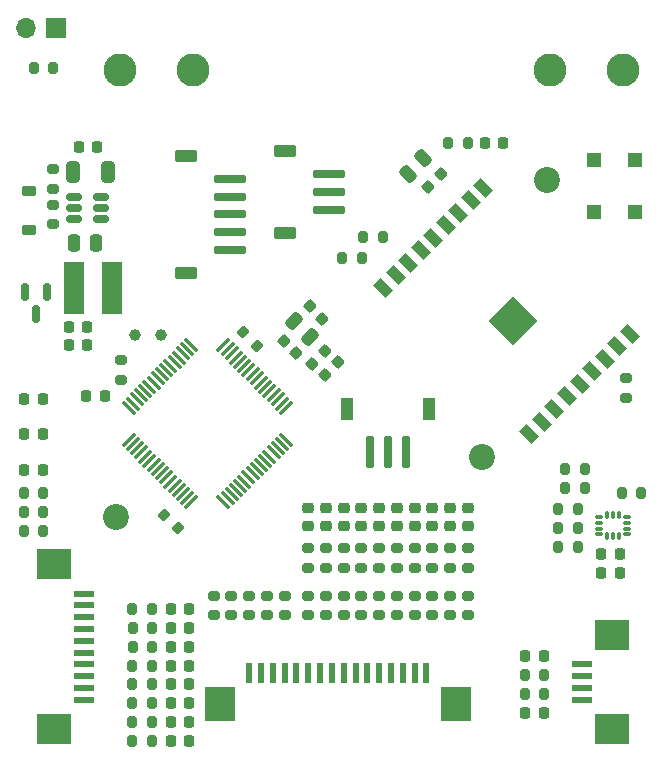
<source format=gbr>
%TF.GenerationSoftware,KiCad,Pcbnew,8.0.6-1.fc40*%
%TF.CreationDate,2025-02-15T22:24:14+01:00*%
%TF.ProjectId,airMouse-mcu,6169724d-6f75-4736-952d-6d63752e6b69,RC1*%
%TF.SameCoordinates,Original*%
%TF.FileFunction,Soldermask,Top*%
%TF.FilePolarity,Negative*%
%FSLAX46Y46*%
G04 Gerber Fmt 4.6, Leading zero omitted, Abs format (unit mm)*
G04 Created by KiCad (PCBNEW 8.0.6-1.fc40) date 2025-02-15 22:24:14*
%MOMM*%
%LPD*%
G01*
G04 APERTURE LIST*
G04 Aperture macros list*
%AMRoundRect*
0 Rectangle with rounded corners*
0 $1 Rounding radius*
0 $2 $3 $4 $5 $6 $7 $8 $9 X,Y pos of 4 corners*
0 Add a 4 corners polygon primitive as box body*
4,1,4,$2,$3,$4,$5,$6,$7,$8,$9,$2,$3,0*
0 Add four circle primitives for the rounded corners*
1,1,$1+$1,$2,$3*
1,1,$1+$1,$4,$5*
1,1,$1+$1,$6,$7*
1,1,$1+$1,$8,$9*
0 Add four rect primitives between the rounded corners*
20,1,$1+$1,$2,$3,$4,$5,0*
20,1,$1+$1,$4,$5,$6,$7,0*
20,1,$1+$1,$6,$7,$8,$9,0*
20,1,$1+$1,$8,$9,$2,$3,0*%
%AMRotRect*
0 Rectangle, with rotation*
0 The origin of the aperture is its center*
0 $1 length*
0 $2 width*
0 $3 Rotation angle, in degrees counterclockwise*
0 Add horizontal line*
21,1,$1,$2,0,0,$3*%
G04 Aperture macros list end*
%ADD10C,2.200000*%
%ADD11RoundRect,0.200000X-0.275000X0.200000X-0.275000X-0.200000X0.275000X-0.200000X0.275000X0.200000X0*%
%ADD12RoundRect,0.250000X-0.325000X-0.650000X0.325000X-0.650000X0.325000X0.650000X-0.325000X0.650000X0*%
%ADD13RoundRect,0.150000X0.512500X0.150000X-0.512500X0.150000X-0.512500X-0.150000X0.512500X-0.150000X0*%
%ADD14R,1.750000X4.500000*%
%ADD15RoundRect,0.225000X-0.225000X-0.250000X0.225000X-0.250000X0.225000X0.250000X-0.225000X0.250000X0*%
%ADD16RoundRect,0.250000X-0.159099X0.512652X-0.512652X0.159099X0.159099X-0.512652X0.512652X-0.159099X0*%
%ADD17RoundRect,0.225000X-0.017678X0.335876X-0.335876X0.017678X0.017678X-0.335876X0.335876X-0.017678X0*%
%ADD18RoundRect,0.250000X0.512652X0.159099X0.159099X0.512652X-0.512652X-0.159099X-0.159099X-0.512652X0*%
%ADD19RoundRect,0.225000X0.335876X0.017678X0.017678X0.335876X-0.335876X-0.017678X-0.017678X-0.335876X0*%
%ADD20RoundRect,0.250000X-0.250000X-0.475000X0.250000X-0.475000X0.250000X0.475000X-0.250000X0.475000X0*%
%ADD21RoundRect,0.200000X0.200000X0.275000X-0.200000X0.275000X-0.200000X-0.275000X0.200000X-0.275000X0*%
%ADD22RotRect,1.500000X0.900000X315.000000*%
%ADD23C,0.600000*%
%ADD24RotRect,2.900000X2.900000X315.000000*%
%ADD25RoundRect,0.075000X-0.441942X0.548008X-0.548008X0.441942X0.441942X-0.548008X0.548008X-0.441942X0*%
%ADD26RoundRect,0.075000X0.441942X0.548008X-0.548008X-0.441942X-0.441942X-0.548008X0.548008X0.441942X0*%
%ADD27RoundRect,0.087500X-0.225000X-0.087500X0.225000X-0.087500X0.225000X0.087500X-0.225000X0.087500X0*%
%ADD28RoundRect,0.087500X-0.087500X-0.225000X0.087500X-0.225000X0.087500X0.225000X-0.087500X0.225000X0*%
%ADD29C,1.000000*%
%ADD30R,1.200000X1.200000*%
%ADD31RoundRect,0.200000X-0.200000X-0.275000X0.200000X-0.275000X0.200000X0.275000X-0.200000X0.275000X0*%
%ADD32RoundRect,0.200000X0.275000X-0.200000X0.275000X0.200000X-0.275000X0.200000X-0.275000X-0.200000X0*%
%ADD33RoundRect,0.200000X-0.335876X-0.053033X-0.053033X-0.335876X0.335876X0.053033X0.053033X0.335876X0*%
%ADD34RoundRect,0.150000X-0.150000X0.587500X-0.150000X-0.587500X0.150000X-0.587500X0.150000X0.587500X0*%
%ADD35R,1.700000X1.700000*%
%ADD36O,1.700000X1.700000*%
%ADD37R,1.800000X0.600000*%
%ADD38R,3.000000X2.500000*%
%ADD39R,2.500000X3.000000*%
%ADD40R,0.600000X1.800000*%
%ADD41RoundRect,0.175000X-1.175000X0.175000X-1.175000X-0.175000X1.175000X-0.175000X1.175000X0.175000X0*%
%ADD42RoundRect,0.250000X-0.700000X0.300000X-0.700000X-0.300000X0.700000X-0.300000X0.700000X0.300000X0*%
%ADD43RoundRect,0.175000X0.175000X1.175000X-0.175000X1.175000X-0.175000X-1.175000X0.175000X-1.175000X0*%
%ADD44RoundRect,0.250000X0.300000X0.700000X-0.300000X0.700000X-0.300000X-0.700000X0.300000X-0.700000X0*%
%ADD45RoundRect,0.218750X-0.218750X-0.256250X0.218750X-0.256250X0.218750X0.256250X-0.218750X0.256250X0*%
%ADD46RoundRect,0.225000X-0.375000X0.225000X-0.375000X-0.225000X0.375000X-0.225000X0.375000X0.225000X0*%
%ADD47RoundRect,0.225000X0.250000X-0.225000X0.250000X0.225000X-0.250000X0.225000X-0.250000X-0.225000X0*%
%ADD48RoundRect,0.225000X0.225000X0.250000X-0.225000X0.250000X-0.225000X-0.250000X0.225000X-0.250000X0*%
%ADD49RoundRect,0.225000X0.017678X-0.335876X0.335876X-0.017678X-0.017678X0.335876X-0.335876X0.017678X0*%
%ADD50C,2.800000*%
G04 APERTURE END LIST*
D10*
%TO.C,H3*%
X110000000Y-124000000D03*
%TD*%
%TO.C,H2*%
X141000000Y-119000000D03*
%TD*%
%TO.C,H1*%
X146500000Y-95497279D03*
%TD*%
D11*
%TO.C,R6*%
X104600000Y-97593599D03*
X104600000Y-99243599D03*
%TD*%
%TO.C,R5*%
X104600000Y-94593599D03*
X104600000Y-96243599D03*
%TD*%
D12*
%TO.C,C7*%
X106325000Y-94818599D03*
X109275000Y-94818599D03*
%TD*%
D13*
%TO.C,U2*%
X108700000Y-98818599D03*
X108700000Y-97868599D03*
X108700000Y-96918599D03*
X106425000Y-96918599D03*
X106425000Y-97868599D03*
X106425000Y-98818599D03*
%TD*%
D14*
%TO.C,L1*%
X106375000Y-104618599D03*
X109625000Y-104618599D03*
%TD*%
D15*
%TO.C,C36*%
X114625000Y-143018599D03*
X116175000Y-143018599D03*
%TD*%
D16*
%TO.C,C16*%
X136001076Y-93665513D03*
X134657574Y-95009015D03*
%TD*%
D17*
%TO.C,C15*%
X137477333Y-94989256D03*
X136381317Y-96085272D03*
%TD*%
D18*
%TO.C,C12*%
X125031535Y-107475796D03*
X126375037Y-108819298D03*
%TD*%
D19*
%TO.C,C11*%
X124155278Y-109099539D03*
X125251294Y-110195555D03*
%TD*%
D15*
%TO.C,C6*%
X106825000Y-92718599D03*
X108375000Y-92718599D03*
%TD*%
%TO.C,C4*%
X151062500Y-128768599D03*
X152612500Y-128768599D03*
%TD*%
D20*
%TO.C,C2*%
X106412500Y-100868599D03*
X108312500Y-100868599D03*
%TD*%
D21*
%TO.C,R54*%
X146225000Y-139018599D03*
X144575000Y-139018599D03*
%TD*%
%TO.C,R53*%
X146225000Y-137418599D03*
X144575000Y-137418599D03*
%TD*%
D22*
%TO.C,U4*%
X141084781Y-96157439D03*
X140024121Y-97218099D03*
X138963461Y-98278759D03*
X137902801Y-99339419D03*
X136842141Y-100400080D03*
X135781480Y-101460740D03*
X134720820Y-102521400D03*
X133660160Y-103582060D03*
X132599500Y-104642720D03*
X144973869Y-117017089D03*
X146034529Y-115956429D03*
X147095189Y-114895769D03*
X148155849Y-113835109D03*
X149216509Y-112774448D03*
X150277170Y-111713788D03*
X151337830Y-110653128D03*
X152398490Y-109592468D03*
X153459150Y-108531808D03*
D23*
X143177817Y-106240782D03*
X142400000Y-107018599D03*
X143955635Y-106240782D03*
X143177817Y-107018599D03*
X142400000Y-107796417D03*
X143955635Y-107018599D03*
D24*
X143566726Y-107407508D03*
D23*
X143177817Y-107796417D03*
X144733452Y-107018599D03*
X143955635Y-107796417D03*
X143177817Y-108574234D03*
X144733452Y-107796417D03*
X143955635Y-108574234D03*
%TD*%
D25*
%TO.C,U3*%
X124367767Y-117508728D03*
X124014214Y-117862281D03*
X123660661Y-118215834D03*
X123307107Y-118569388D03*
X122953554Y-118922941D03*
X122600000Y-119276495D03*
X122246447Y-119630048D03*
X121892894Y-119983601D03*
X121539340Y-120337155D03*
X121185787Y-120690708D03*
X120832234Y-121044261D03*
X120478680Y-121397815D03*
X120125127Y-121751368D03*
X119771573Y-122104922D03*
X119418020Y-122458475D03*
X119064467Y-122812028D03*
D26*
X116342105Y-122812028D03*
X115988552Y-122458475D03*
X115634999Y-122104922D03*
X115281445Y-121751368D03*
X114927892Y-121397815D03*
X114574338Y-121044261D03*
X114220785Y-120690708D03*
X113867232Y-120337155D03*
X113513678Y-119983601D03*
X113160125Y-119630048D03*
X112806572Y-119276495D03*
X112453018Y-118922941D03*
X112099465Y-118569388D03*
X111745911Y-118215834D03*
X111392358Y-117862281D03*
X111038805Y-117508728D03*
D25*
X111038805Y-114786366D03*
X111392358Y-114432813D03*
X111745911Y-114079260D03*
X112099465Y-113725706D03*
X112453018Y-113372153D03*
X112806572Y-113018599D03*
X113160125Y-112665046D03*
X113513678Y-112311493D03*
X113867232Y-111957939D03*
X114220785Y-111604386D03*
X114574338Y-111250833D03*
X114927892Y-110897279D03*
X115281445Y-110543726D03*
X115634999Y-110190172D03*
X115988552Y-109836619D03*
X116342105Y-109483066D03*
D26*
X119064467Y-109483066D03*
X119418020Y-109836619D03*
X119771573Y-110190172D03*
X120125127Y-110543726D03*
X120478680Y-110897279D03*
X120832234Y-111250833D03*
X121185787Y-111604386D03*
X121539340Y-111957939D03*
X121892894Y-112311493D03*
X122246447Y-112665046D03*
X122600000Y-113018599D03*
X122953554Y-113372153D03*
X123307107Y-113725706D03*
X123660661Y-114079260D03*
X124014214Y-114432813D03*
X124367767Y-114786366D03*
%TD*%
D27*
%TO.C,U1*%
X150875000Y-124018599D03*
X150875000Y-124518599D03*
X150875000Y-125018599D03*
X150875000Y-125518599D03*
D28*
X151537500Y-125681099D03*
X152037500Y-125681099D03*
X152537500Y-125681099D03*
D27*
X153200000Y-125518599D03*
X153200000Y-125018599D03*
X153200000Y-124518599D03*
X153200000Y-124018599D03*
D28*
X152537500Y-123856099D03*
X152037500Y-123856099D03*
X151537500Y-123856099D03*
%TD*%
D29*
%TO.C,TP2*%
X111600000Y-108618599D03*
%TD*%
%TO.C,TP1*%
X113800000Y-108618599D03*
%TD*%
D30*
%TO.C,SW1*%
X150450000Y-93793599D03*
X150450000Y-98243599D03*
X153950000Y-93793599D03*
X153950000Y-98243599D03*
%TD*%
D31*
%TO.C,R52*%
X113000000Y-131818599D03*
X111350000Y-131818599D03*
%TD*%
%TO.C,R51*%
X113025000Y-133418599D03*
X111375000Y-133418599D03*
%TD*%
%TO.C,R50*%
X113025000Y-135018599D03*
X111375000Y-135018599D03*
%TD*%
%TO.C,R49*%
X113000000Y-136618599D03*
X111350000Y-136618599D03*
%TD*%
%TO.C,R48*%
X113000000Y-138218599D03*
X111350000Y-138218599D03*
%TD*%
%TO.C,R47*%
X113000000Y-139818599D03*
X111350000Y-139818599D03*
%TD*%
%TO.C,R46*%
X113000000Y-141418599D03*
X111350000Y-141418599D03*
%TD*%
%TO.C,R45*%
X113000000Y-143018599D03*
X111350000Y-143018599D03*
%TD*%
D32*
%TO.C,R44*%
X126250000Y-126693599D03*
X126250000Y-128343599D03*
%TD*%
%TO.C,R43*%
X127750000Y-126693599D03*
X127750000Y-128343599D03*
%TD*%
%TO.C,R42*%
X129250000Y-126693599D03*
X129250000Y-128343599D03*
%TD*%
%TO.C,R41*%
X130750000Y-126693599D03*
X130750000Y-128343599D03*
%TD*%
%TO.C,R40*%
X132250000Y-126693599D03*
X132250000Y-128343599D03*
%TD*%
%TO.C,R39*%
X133750000Y-126693599D03*
X133750000Y-128343599D03*
%TD*%
%TO.C,R38*%
X135250000Y-126693599D03*
X135250000Y-128343599D03*
%TD*%
%TO.C,R37*%
X136750000Y-126693599D03*
X136750000Y-128343599D03*
%TD*%
%TO.C,R36*%
X138250000Y-126693599D03*
X138250000Y-128343599D03*
%TD*%
%TO.C,R35*%
X139750000Y-126693599D03*
X139750000Y-128343599D03*
%TD*%
D11*
%TO.C,R34*%
X126250000Y-132343599D03*
X126250000Y-130693599D03*
%TD*%
%TO.C,R33*%
X127750000Y-132343599D03*
X127750000Y-130693599D03*
%TD*%
%TO.C,R32*%
X129260000Y-132343599D03*
X129260000Y-130693599D03*
%TD*%
%TO.C,R31*%
X130750000Y-132343599D03*
X130750000Y-130693599D03*
%TD*%
%TO.C,R30*%
X132260000Y-132343599D03*
X132260000Y-130693599D03*
%TD*%
%TO.C,R29*%
X133760000Y-132343599D03*
X133760000Y-130693599D03*
%TD*%
%TO.C,R28*%
X135250000Y-132343599D03*
X135250000Y-130693599D03*
%TD*%
%TO.C,R27*%
X136750000Y-132343599D03*
X136750000Y-130693599D03*
%TD*%
%TO.C,R26*%
X138250000Y-132343599D03*
X138250000Y-130693599D03*
%TD*%
%TO.C,R25*%
X139750000Y-132343599D03*
X139750000Y-130693599D03*
%TD*%
%TO.C,R24*%
X118250000Y-132343599D03*
X118250000Y-130693599D03*
%TD*%
%TO.C,R23*%
X119750000Y-132343599D03*
X119750000Y-130693599D03*
%TD*%
%TO.C,R22*%
X121250000Y-132343599D03*
X121250000Y-130693599D03*
%TD*%
%TO.C,R21*%
X122750000Y-132343599D03*
X122750000Y-130693599D03*
%TD*%
%TO.C,R20*%
X124250000Y-132343599D03*
X124250000Y-130693599D03*
%TD*%
D31*
%TO.C,R19*%
X103000000Y-86018599D03*
X104650000Y-86018599D03*
%TD*%
%TO.C,R18*%
X138104325Y-92337264D03*
X139754325Y-92337264D03*
%TD*%
D32*
%TO.C,R17*%
X153129325Y-113962264D03*
X153129325Y-112312264D03*
%TD*%
D31*
%TO.C,R16*%
X102175000Y-123618599D03*
X103825000Y-123618599D03*
%TD*%
%TO.C,R15*%
X102175000Y-122018599D03*
X103825000Y-122018599D03*
%TD*%
%TO.C,R14*%
X102175000Y-125218599D03*
X103825000Y-125218599D03*
%TD*%
%TO.C,R13*%
X130904325Y-100337264D03*
X132554325Y-100337264D03*
%TD*%
%TO.C,R12*%
X129129325Y-102137264D03*
X130779325Y-102137264D03*
%TD*%
D33*
%TO.C,R11*%
X115183363Y-125001962D03*
X114016637Y-123835236D03*
%TD*%
D32*
%TO.C,R10*%
X110400000Y-112418599D03*
X110400000Y-110768599D03*
%TD*%
D31*
%TO.C,R9*%
X148012500Y-119968599D03*
X149662500Y-119968599D03*
%TD*%
%TO.C,R8*%
X148012500Y-121568599D03*
X149662500Y-121568599D03*
%TD*%
D33*
%TO.C,R7*%
X121886649Y-109530910D03*
X120719923Y-108364184D03*
%TD*%
D21*
%TO.C,R4*%
X149062500Y-126568599D03*
X147412500Y-126568599D03*
%TD*%
%TO.C,R3*%
X149062500Y-124968599D03*
X147412500Y-124968599D03*
%TD*%
%TO.C,R2*%
X149062500Y-123368599D03*
X147412500Y-123368599D03*
%TD*%
%TO.C,R1*%
X154462500Y-121968599D03*
X152812500Y-121968599D03*
%TD*%
D34*
%TO.C,Q1*%
X104150000Y-105018599D03*
X102250000Y-105018599D03*
X103200000Y-106893599D03*
%TD*%
D35*
%TO.C,LD1*%
X104875000Y-82618599D03*
D36*
X102335000Y-82618599D03*
%TD*%
D37*
%TO.C,J6*%
X149400000Y-139518599D03*
X149400000Y-138518599D03*
X149400000Y-137518599D03*
X149400000Y-136518599D03*
D38*
X152000000Y-142018599D03*
X152000000Y-134018599D03*
%TD*%
D37*
%TO.C,J5*%
X107287500Y-130518599D03*
X107287500Y-131518599D03*
X107287500Y-132518599D03*
X107287500Y-133518599D03*
X107287500Y-134518599D03*
X107287500Y-135518599D03*
X107287500Y-136518599D03*
X107287500Y-137518599D03*
X107287500Y-138518599D03*
X107287500Y-139518599D03*
D38*
X104687500Y-128018599D03*
X104687500Y-142018599D03*
%TD*%
D39*
%TO.C,J4*%
X138750000Y-139831099D03*
X118750000Y-139831099D03*
D40*
X136250000Y-137231099D03*
X135250000Y-137231099D03*
X134250000Y-137231099D03*
X133250000Y-137231099D03*
X132250000Y-137231099D03*
X131250000Y-137231099D03*
X130250000Y-137231099D03*
X129250000Y-137231099D03*
X128250000Y-137231099D03*
X127250000Y-137231099D03*
X126250000Y-137231099D03*
X125250000Y-137231099D03*
X124250000Y-137231099D03*
X123250000Y-137231099D03*
X122250000Y-137231099D03*
X121250000Y-137231099D03*
%TD*%
D41*
%TO.C,J3*%
X128000000Y-95018599D03*
X128000000Y-96518599D03*
X128000000Y-98018599D03*
D42*
X124300000Y-93068599D03*
X124300000Y-99968599D03*
%TD*%
D43*
%TO.C,J2*%
X134500000Y-118568599D03*
X133000000Y-118568599D03*
X131500000Y-118568599D03*
D44*
X136450000Y-114868599D03*
X129550000Y-114868599D03*
%TD*%
D41*
%TO.C,J1*%
X119600000Y-95418599D03*
X119600000Y-96918599D03*
X119600000Y-98418599D03*
X119600000Y-99918599D03*
X119600000Y-101418599D03*
D42*
X115900000Y-93468599D03*
X115900000Y-103368599D03*
%TD*%
D17*
%TO.C,FB1*%
X126555278Y-111095555D03*
X127651294Y-109999539D03*
%TD*%
D45*
%TO.C,D4*%
X102212500Y-117018599D03*
X103787500Y-117018599D03*
%TD*%
%TO.C,D3*%
X102212500Y-120018599D03*
X103787500Y-120018599D03*
%TD*%
%TO.C,D2*%
X102212500Y-114018599D03*
X103787500Y-114018599D03*
%TD*%
D46*
%TO.C,D1*%
X102600000Y-96418599D03*
X102600000Y-99718599D03*
%TD*%
D15*
%TO.C,C35*%
X114625000Y-141418599D03*
X116175000Y-141418599D03*
%TD*%
%TO.C,C34*%
X114625000Y-139818599D03*
X116175000Y-139818599D03*
%TD*%
%TO.C,C33*%
X114625000Y-138218599D03*
X116175000Y-138218599D03*
%TD*%
%TO.C,C32*%
X114625000Y-136618599D03*
X116175000Y-136618599D03*
%TD*%
%TO.C,C31*%
X114625000Y-135018599D03*
X116175000Y-135018599D03*
%TD*%
%TO.C,C30*%
X114625000Y-133418599D03*
X116175000Y-133418599D03*
%TD*%
%TO.C,C29*%
X114625000Y-131818599D03*
X116175000Y-131818599D03*
%TD*%
%TO.C,C28*%
X144625000Y-135818599D03*
X146175000Y-135818599D03*
%TD*%
%TO.C,C27*%
X144625000Y-140618599D03*
X146175000Y-140618599D03*
%TD*%
D47*
%TO.C,C26*%
X139750000Y-123243599D03*
X139750000Y-124793599D03*
%TD*%
%TO.C,C25*%
X138250000Y-123243599D03*
X138250000Y-124793599D03*
%TD*%
%TO.C,C24*%
X136750000Y-123243599D03*
X136750000Y-124793599D03*
%TD*%
%TO.C,C23*%
X135250000Y-123243599D03*
X135250000Y-124793599D03*
%TD*%
%TO.C,C22*%
X133750000Y-123243599D03*
X133750000Y-124793599D03*
%TD*%
%TO.C,C21*%
X132250000Y-123243599D03*
X132250000Y-124793599D03*
%TD*%
%TO.C,C20*%
X130750000Y-123243599D03*
X130750000Y-124793599D03*
%TD*%
%TO.C,C19*%
X129250000Y-123243599D03*
X129250000Y-124793599D03*
%TD*%
%TO.C,C18*%
X127750000Y-123243599D03*
X127750000Y-124793599D03*
%TD*%
%TO.C,C17*%
X126250000Y-123243599D03*
X126250000Y-124793599D03*
%TD*%
D15*
%TO.C,C14*%
X141179325Y-92337264D03*
X142729325Y-92337264D03*
%TD*%
D48*
%TO.C,C13*%
X109000000Y-113818599D03*
X107450000Y-113818599D03*
%TD*%
D19*
%TO.C,C10*%
X126355278Y-106199539D03*
X127451294Y-107295555D03*
%TD*%
D49*
%TO.C,C9*%
X128798008Y-110951992D03*
X127701992Y-112048008D03*
%TD*%
D15*
%TO.C,C5*%
X151062500Y-127168599D03*
X152612500Y-127168599D03*
%TD*%
%TO.C,C3*%
X105950000Y-107918599D03*
X107500000Y-107918599D03*
%TD*%
%TO.C,C1*%
X105950000Y-109518599D03*
X107500000Y-109518599D03*
%TD*%
D50*
%TO.C,BT1*%
X110300000Y-86218599D03*
X116500000Y-86218599D03*
X146700000Y-86218599D03*
X152900000Y-86218599D03*
%TD*%
M02*

</source>
